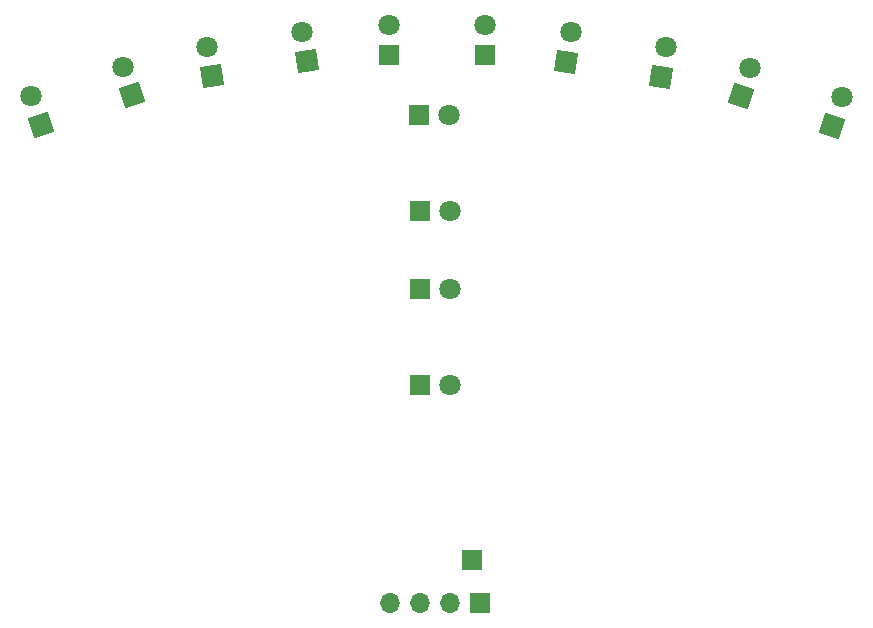
<source format=gbr>
%TF.GenerationSoftware,KiCad,Pcbnew,7.0.9*%
%TF.CreationDate,2024-12-17T15:03:35+09:00*%
%TF.ProjectId,line_side_robot2,6c696e65-5f73-4696-9465-5f726f626f74,rev?*%
%TF.SameCoordinates,Original*%
%TF.FileFunction,Soldermask,Bot*%
%TF.FilePolarity,Negative*%
%FSLAX46Y46*%
G04 Gerber Fmt 4.6, Leading zero omitted, Abs format (unit mm)*
G04 Created by KiCad (PCBNEW 7.0.9) date 2024-12-17 15:03:35*
%MOMM*%
%LPD*%
G01*
G04 APERTURE LIST*
G04 Aperture macros list*
%AMRotRect*
0 Rectangle, with rotation*
0 The origin of the aperture is its center*
0 $1 length*
0 $2 width*
0 $3 Rotation angle, in degrees counterclockwise*
0 Add horizontal line*
21,1,$1,$2,0,0,$3*%
G04 Aperture macros list end*
%ADD10R,1.700000X1.700000*%
%ADD11R,1.800000X1.800000*%
%ADD12C,1.800000*%
%ADD13RotRect,1.800000X1.800000X108.000000*%
%ADD14RotRect,1.800000X1.800000X99.000000*%
%ADD15O,1.700000X1.700000*%
%ADD16RotRect,1.800000X1.800000X72.000000*%
%ADD17RotRect,1.800000X1.800000X81.000000*%
G04 APERTURE END LIST*
D10*
%TO.C,J2*%
X184280000Y-77420000D03*
%TD*%
D11*
%TO.C,Q12*%
X179810000Y-47875000D03*
D12*
X182350000Y-47875000D03*
%TD*%
D13*
%TO.C,Q1*%
X155464502Y-38024803D03*
D12*
X154679599Y-35609119D03*
%TD*%
D11*
%TO.C,Q11*%
X179810000Y-54410000D03*
D12*
X182350000Y-54410000D03*
%TD*%
D11*
%TO.C,Q10*%
X179825000Y-62550000D03*
D12*
X182365000Y-62550000D03*
%TD*%
D11*
%TO.C,Q4*%
X179795000Y-39735000D03*
D12*
X182335000Y-39735000D03*
%TD*%
D11*
%TO.C,Q14*%
X185320000Y-34625000D03*
D12*
X185320000Y-32085000D03*
%TD*%
D14*
%TO.C,Q6*%
X170258466Y-35150062D03*
D12*
X169861122Y-32641334D03*
%TD*%
D10*
%TO.C,J1*%
X184930000Y-81025000D03*
D15*
X182390000Y-81025000D03*
X179850000Y-81025000D03*
X177310000Y-81025000D03*
%TD*%
D16*
%TO.C,Q7*%
X214764863Y-40617452D03*
D12*
X215549766Y-38201768D03*
%TD*%
D13*
%TO.C,Q9*%
X147727537Y-40554467D03*
D12*
X146942634Y-38138783D03*
%TD*%
D11*
%TO.C,Q13*%
X177180000Y-34640000D03*
D12*
X177180000Y-32100000D03*
%TD*%
D17*
%TO.C,Q2*%
X200278240Y-36462546D03*
D12*
X200675584Y-33953818D03*
%TD*%
D17*
%TO.C,Q5*%
X192236110Y-35203984D03*
D12*
X192633454Y-32695256D03*
%TD*%
D16*
%TO.C,Q8*%
X207018628Y-38116320D03*
D12*
X207803531Y-35700636D03*
%TD*%
D14*
%TO.C,Q3*%
X162221029Y-36438254D03*
D12*
X161823685Y-33929526D03*
%TD*%
M02*

</source>
